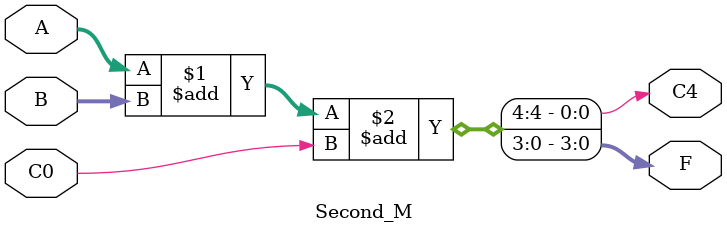
<source format=v>
`timescale 1ns / 1ps
module Second_M(A,B,C0,F,C4);
input [3:0] A,B;
input C0;
output [3:0] F;
output C4;
assign {C4,F}=A+B+C0;
endmodule

</source>
